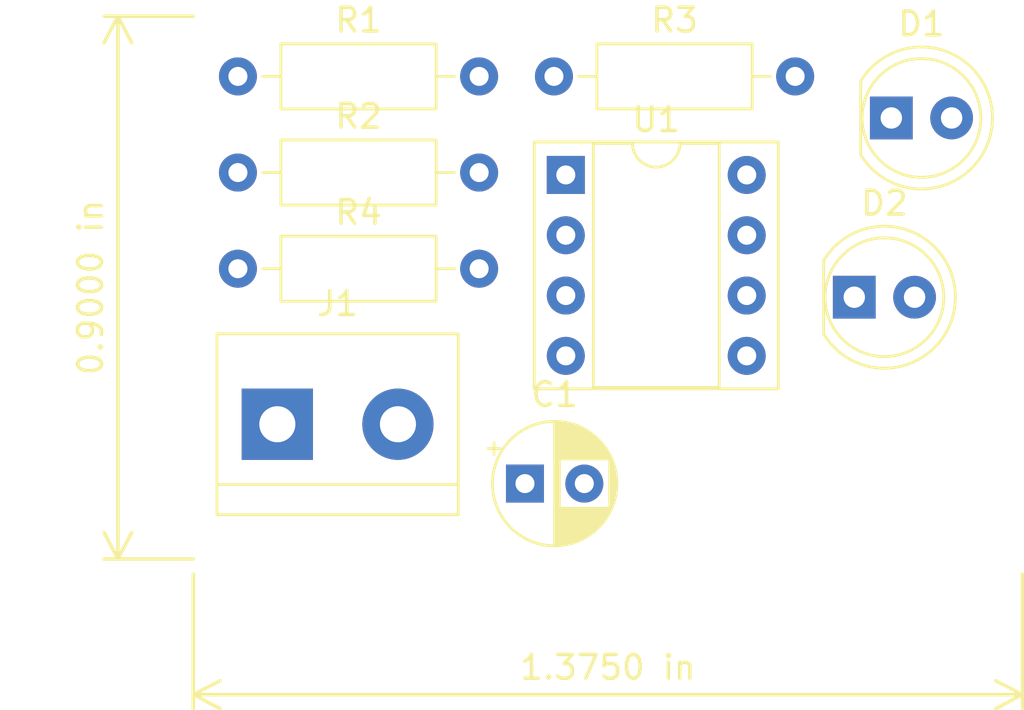
<source format=kicad_pcb>
(kicad_pcb (version 20190331) (host pcbnew "5.1.0-unknown-03bce55~82~ubuntu18.04.1")

  (general
    (thickness 1.6)
    (drawings 2)
    (tracks 0)
    (modules 9)
    (nets 9)
  )

  (page "A4")
  (layers
    (0 "Top" signal)
    (31 "Bottom" signal)
    (34 "B.Paste" user)
    (35 "F.Paste" user)
    (36 "B.SilkS" user)
    (37 "F.SilkS" user)
    (38 "B.Mask" user)
    (39 "F.Mask" user)
    (40 "Dwgs.User" user)
    (41 "Cmts.User" user)
    (42 "Eco1.User" user)
    (43 "Eco2.User" user)
    (44 "Edge.Cuts" user)
    (45 "Margin" user)
    (46 "B.CrtYd" user)
    (47 "F.CrtYd" user)
  )

  (setup
    (last_trace_width 0.1524)
    (trace_clearance 0.1524)
    (zone_clearance 0.508)
    (zone_45_only no)
    (trace_min 0.1524)
    (via_size 0.508)
    (via_drill 0.254)
    (via_min_size 0.508)
    (via_min_drill 0.254)
    (uvia_size 0.508)
    (uvia_drill 0.254)
    (uvias_allowed no)
    (uvia_min_size 0.2)
    (uvia_min_drill 0.1)
    (edge_width 0.15)
    (segment_width 0.2)
    (pcb_text_width 0.3)
    (pcb_text_size 1.5 1.5)
    (mod_edge_width 0.15)
    (mod_text_size 1 1)
    (mod_text_width 0.15)
    (pad_size 1.524 1.524)
    (pad_drill 0.762)
    (pad_to_mask_clearance 0.0508)
    (aux_axis_origin 0 0)
    (visible_elements FFFFFF7F)
    (pcbplotparams
      (layerselection 0x010fc_ffffffff)
      (usegerberextensions false)
      (usegerberattributes false)
      (usegerberadvancedattributes false)
      (creategerberjobfile false)
      (excludeedgelayer true)
      (linewidth 0.100000)
      (plotframeref false)
      (viasonmask false)
      (mode 1)
      (useauxorigin false)
      (hpglpennumber 1)
      (hpglpenspeed 20)
      (hpglpendiameter 15.000000)
      (psnegative false)
      (psa4output false)
      (plotreference true)
      (plotvalue true)
      (plotinvisibletext false)
      (padsonsilk false)
      (subtractmaskfromsilk false)
      (outputformat 1)
      (mirror false)
      (drillshape 1)
      (scaleselection 1)
      (outputdirectory ""))
  )

  (net 0 "")
  (net 1 "Net-(C1-Pad2)")
  (net 2 "GND")
  (net 3 "Net-(D1-Pad2)")
  (net 4 "Net-(D1-Pad1)")
  (net 5 "Net-(D2-Pad1)")
  (net 6 "+3V3")
  (net 7 "Net-(R1-Pad2)")
  (net 8 "Net-(U1-Pad5)")

  (net_class "Default" "This is the default net class."
    (clearance 0.1524)
    (trace_width 0.1524)
    (via_dia 0.508)
    (via_drill 0.254)
    (uvia_dia 0.508)
    (uvia_drill 0.254)
    (diff_pair_width 0.1524)
    (diff_pair_gap 0.1524)
    (add_net "+3V3")
    (add_net "GND")
    (add_net "Net-(C1-Pad2)")
    (add_net "Net-(D1-Pad1)")
    (add_net "Net-(D1-Pad2)")
    (add_net "Net-(D2-Pad1)")
    (add_net "Net-(R1-Pad2)")
    (add_net "Net-(U1-Pad5)")
  )

  (module "Package_DIP:DIP-8_W7.62mm_Socket" (layer "Top") (tedit 5A02E8C5) (tstamp 5CB5DA3A)
    (at 151.580225 91.775)
    (descr "8-lead though-hole mounted DIP package, row spacing 7.62 mm (300 mils), Socket")
    (tags "THT DIP DIL PDIP 2.54mm 7.62mm 300mil Socket")
    (path "/5CB43957")
    (fp_text reference "U1" (at 3.81 -2.33) (layer "F.SilkS")
      (effects (font (size 1 1) (thickness 0.15)))
    )
    (fp_text value "LM555" (at 3.81 9.95) (layer "F.Fab")
      (effects (font (size 1 1) (thickness 0.15)))
    )
    (fp_text user "%R" (at 3.81 3.81) (layer "F.Fab")
      (effects (font (size 1 1) (thickness 0.15)))
    )
    (fp_line (start 9.15 -1.6) (end -1.55 -1.6) (layer "F.CrtYd") (width 0.05))
    (fp_line (start 9.15 9.2) (end 9.15 -1.6) (layer "F.CrtYd") (width 0.05))
    (fp_line (start -1.55 9.2) (end 9.15 9.2) (layer "F.CrtYd") (width 0.05))
    (fp_line (start -1.55 -1.6) (end -1.55 9.2) (layer "F.CrtYd") (width 0.05))
    (fp_line (start 8.95 -1.39) (end -1.33 -1.39) (layer "F.SilkS") (width 0.12))
    (fp_line (start 8.95 9.01) (end 8.95 -1.39) (layer "F.SilkS") (width 0.12))
    (fp_line (start -1.33 9.01) (end 8.95 9.01) (layer "F.SilkS") (width 0.12))
    (fp_line (start -1.33 -1.39) (end -1.33 9.01) (layer "F.SilkS") (width 0.12))
    (fp_line (start 6.46 -1.33) (end 4.81 -1.33) (layer "F.SilkS") (width 0.12))
    (fp_line (start 6.46 8.95) (end 6.46 -1.33) (layer "F.SilkS") (width 0.12))
    (fp_line (start 1.16 8.95) (end 6.46 8.95) (layer "F.SilkS") (width 0.12))
    (fp_line (start 1.16 -1.33) (end 1.16 8.95) (layer "F.SilkS") (width 0.12))
    (fp_line (start 2.81 -1.33) (end 1.16 -1.33) (layer "F.SilkS") (width 0.12))
    (fp_line (start 8.89 -1.33) (end -1.27 -1.33) (layer "F.Fab") (width 0.1))
    (fp_line (start 8.89 8.95) (end 8.89 -1.33) (layer "F.Fab") (width 0.1))
    (fp_line (start -1.27 8.95) (end 8.89 8.95) (layer "F.Fab") (width 0.1))
    (fp_line (start -1.27 -1.33) (end -1.27 8.95) (layer "F.Fab") (width 0.1))
    (fp_line (start 0.635 -0.27) (end 1.635 -1.27) (layer "F.Fab") (width 0.1))
    (fp_line (start 0.635 8.89) (end 0.635 -0.27) (layer "F.Fab") (width 0.1))
    (fp_line (start 6.985 8.89) (end 0.635 8.89) (layer "F.Fab") (width 0.1))
    (fp_line (start 6.985 -1.27) (end 6.985 8.89) (layer "F.Fab") (width 0.1))
    (fp_line (start 1.635 -1.27) (end 6.985 -1.27) (layer "F.Fab") (width 0.1))
    (fp_arc (start 3.81 -1.33) (end 2.81 -1.33) (angle -180) (layer "F.SilkS") (width 0.12))
    (pad "8" thru_hole oval (at 7.62 0) (size 1.6 1.6) (drill 0.8) (layers *.Cu *.Mask)
      (net 6 "+3V3"))
    (pad "4" thru_hole oval (at 0 7.62) (size 1.6 1.6) (drill 0.8) (layers *.Cu *.Mask)
      (net 6 "+3V3"))
    (pad "7" thru_hole oval (at 7.62 2.54) (size 1.6 1.6) (drill 0.8) (layers *.Cu *.Mask)
      (net 7 "Net-(R1-Pad2)"))
    (pad "3" thru_hole oval (at 0 5.08) (size 1.6 1.6) (drill 0.8) (layers *.Cu *.Mask)
      (net 4 "Net-(D1-Pad1)"))
    (pad "6" thru_hole oval (at 7.62 5.08) (size 1.6 1.6) (drill 0.8) (layers *.Cu *.Mask)
      (net 1 "Net-(C1-Pad2)"))
    (pad "2" thru_hole oval (at 0 2.54) (size 1.6 1.6) (drill 0.8) (layers *.Cu *.Mask)
      (net 1 "Net-(C1-Pad2)"))
    (pad "5" thru_hole oval (at 7.62 7.62) (size 1.6 1.6) (drill 0.8) (layers *.Cu *.Mask)
      (net 8 "Net-(U1-Pad5)"))
    (pad "1" thru_hole rect (at 0 0) (size 1.6 1.6) (drill 0.8) (layers *.Cu *.Mask)
      (net 2 "GND"))
    (model "${KISYS3DMOD}/Package_DIP.3dshapes/DIP-8_W7.62mm_Socket.wrl"
      (at (xyz 0 0 0))
      (scale (xyz 1 1 1))
      (rotate (xyz 0 0 0))
    )
  )

  (module "Resistor_THT:R_Axial_DIN0207_L6.3mm_D2.5mm_P10.16mm_Horizontal" (layer "Top") (tedit 5AE5139B) (tstamp 5CB5DA16)
    (at 137.770225 95.725)
    (descr "Resistor, Axial_DIN0207 series, Axial, Horizontal, pin pitch=10.16mm, 0.25W = 1/4W, length*diameter=6.3*2.5mm^2, http://cdn-reichelt.de/documents/datenblatt/B400/1_4W%23YAG.pdf")
    (tags "Resistor Axial_DIN0207 series Axial Horizontal pin pitch 10.16mm 0.25W = 1/4W length 6.3mm diameter 2.5mm")
    (path "/5CB50108")
    (fp_text reference "R4" (at 5.08 -2.37) (layer "F.SilkS")
      (effects (font (size 1 1) (thickness 0.15)))
    )
    (fp_text value "1k" (at 5.08 2.37) (layer "F.Fab")
      (effects (font (size 1 1) (thickness 0.15)))
    )
    (fp_text user "%R" (at 5.08 0) (layer "F.Fab")
      (effects (font (size 1 1) (thickness 0.15)))
    )
    (fp_line (start 11.21 -1.5) (end -1.05 -1.5) (layer "F.CrtYd") (width 0.05))
    (fp_line (start 11.21 1.5) (end 11.21 -1.5) (layer "F.CrtYd") (width 0.05))
    (fp_line (start -1.05 1.5) (end 11.21 1.5) (layer "F.CrtYd") (width 0.05))
    (fp_line (start -1.05 -1.5) (end -1.05 1.5) (layer "F.CrtYd") (width 0.05))
    (fp_line (start 9.12 0) (end 8.35 0) (layer "F.SilkS") (width 0.12))
    (fp_line (start 1.04 0) (end 1.81 0) (layer "F.SilkS") (width 0.12))
    (fp_line (start 8.35 -1.37) (end 1.81 -1.37) (layer "F.SilkS") (width 0.12))
    (fp_line (start 8.35 1.37) (end 8.35 -1.37) (layer "F.SilkS") (width 0.12))
    (fp_line (start 1.81 1.37) (end 8.35 1.37) (layer "F.SilkS") (width 0.12))
    (fp_line (start 1.81 -1.37) (end 1.81 1.37) (layer "F.SilkS") (width 0.12))
    (fp_line (start 10.16 0) (end 8.23 0) (layer "F.Fab") (width 0.1))
    (fp_line (start 0 0) (end 1.93 0) (layer "F.Fab") (width 0.1))
    (fp_line (start 8.23 -1.25) (end 1.93 -1.25) (layer "F.Fab") (width 0.1))
    (fp_line (start 8.23 1.25) (end 8.23 -1.25) (layer "F.Fab") (width 0.1))
    (fp_line (start 1.93 1.25) (end 8.23 1.25) (layer "F.Fab") (width 0.1))
    (fp_line (start 1.93 -1.25) (end 1.93 1.25) (layer "F.Fab") (width 0.1))
    (pad "2" thru_hole oval (at 10.16 0) (size 1.6 1.6) (drill 0.8) (layers *.Cu *.Mask)
      (net 2 "GND"))
    (pad "1" thru_hole circle (at 0 0) (size 1.6 1.6) (drill 0.8) (layers *.Cu *.Mask)
      (net 5 "Net-(D2-Pad1)"))
    (model "${KISYS3DMOD}/Resistor_THT.3dshapes/R_Axial_DIN0207_L6.3mm_D2.5mm_P10.16mm_Horizontal.wrl"
      (at (xyz 0 0 0))
      (scale (xyz 1 1 1))
      (rotate (xyz 0 0 0))
    )
  )

  (module "Resistor_THT:R_Axial_DIN0207_L6.3mm_D2.5mm_P10.16mm_Horizontal" (layer "Top") (tedit 5AE5139B) (tstamp 5CB5D9FF)
    (at 151.080225 87.625)
    (descr "Resistor, Axial_DIN0207 series, Axial, Horizontal, pin pitch=10.16mm, 0.25W = 1/4W, length*diameter=6.3*2.5mm^2, http://cdn-reichelt.de/documents/datenblatt/B400/1_4W%23YAG.pdf")
    (tags "Resistor Axial_DIN0207 series Axial Horizontal pin pitch 10.16mm 0.25W = 1/4W length 6.3mm diameter 2.5mm")
    (path "/5CB4F2EF")
    (fp_text reference "R3" (at 5.08 -2.37) (layer "F.SilkS")
      (effects (font (size 1 1) (thickness 0.15)))
    )
    (fp_text value "1k" (at 5.08 2.37) (layer "F.Fab")
      (effects (font (size 1 1) (thickness 0.15)))
    )
    (fp_text user "%R" (at 5.08 0) (layer "F.Fab")
      (effects (font (size 1 1) (thickness 0.15)))
    )
    (fp_line (start 11.21 -1.5) (end -1.05 -1.5) (layer "F.CrtYd") (width 0.05))
    (fp_line (start 11.21 1.5) (end 11.21 -1.5) (layer "F.CrtYd") (width 0.05))
    (fp_line (start -1.05 1.5) (end 11.21 1.5) (layer "F.CrtYd") (width 0.05))
    (fp_line (start -1.05 -1.5) (end -1.05 1.5) (layer "F.CrtYd") (width 0.05))
    (fp_line (start 9.12 0) (end 8.35 0) (layer "F.SilkS") (width 0.12))
    (fp_line (start 1.04 0) (end 1.81 0) (layer "F.SilkS") (width 0.12))
    (fp_line (start 8.35 -1.37) (end 1.81 -1.37) (layer "F.SilkS") (width 0.12))
    (fp_line (start 8.35 1.37) (end 8.35 -1.37) (layer "F.SilkS") (width 0.12))
    (fp_line (start 1.81 1.37) (end 8.35 1.37) (layer "F.SilkS") (width 0.12))
    (fp_line (start 1.81 -1.37) (end 1.81 1.37) (layer "F.SilkS") (width 0.12))
    (fp_line (start 10.16 0) (end 8.23 0) (layer "F.Fab") (width 0.1))
    (fp_line (start 0 0) (end 1.93 0) (layer "F.Fab") (width 0.1))
    (fp_line (start 8.23 -1.25) (end 1.93 -1.25) (layer "F.Fab") (width 0.1))
    (fp_line (start 8.23 1.25) (end 8.23 -1.25) (layer "F.Fab") (width 0.1))
    (fp_line (start 1.93 1.25) (end 8.23 1.25) (layer "F.Fab") (width 0.1))
    (fp_line (start 1.93 -1.25) (end 1.93 1.25) (layer "F.Fab") (width 0.1))
    (pad "2" thru_hole oval (at 10.16 0) (size 1.6 1.6) (drill 0.8) (layers *.Cu *.Mask)
      (net 3 "Net-(D1-Pad2)"))
    (pad "1" thru_hole circle (at 0 0) (size 1.6 1.6) (drill 0.8) (layers *.Cu *.Mask)
      (net 6 "+3V3"))
    (model "${KISYS3DMOD}/Resistor_THT.3dshapes/R_Axial_DIN0207_L6.3mm_D2.5mm_P10.16mm_Horizontal.wrl"
      (at (xyz 0 0 0))
      (scale (xyz 1 1 1))
      (rotate (xyz 0 0 0))
    )
  )

  (module "Resistor_THT:R_Axial_DIN0207_L6.3mm_D2.5mm_P10.16mm_Horizontal" (layer "Top") (tedit 5AE5139B) (tstamp 5CB5D9E8)
    (at 137.770225 91.675)
    (descr "Resistor, Axial_DIN0207 series, Axial, Horizontal, pin pitch=10.16mm, 0.25W = 1/4W, length*diameter=6.3*2.5mm^2, http://cdn-reichelt.de/documents/datenblatt/B400/1_4W%23YAG.pdf")
    (tags "Resistor Axial_DIN0207 series Axial Horizontal pin pitch 10.16mm 0.25W = 1/4W length 6.3mm diameter 2.5mm")
    (path "/5CB50538")
    (fp_text reference "R2" (at 5.08 -2.37) (layer "F.SilkS")
      (effects (font (size 1 1) (thickness 0.15)))
    )
    (fp_text value "10k" (at 5.08 2.37) (layer "F.Fab")
      (effects (font (size 1 1) (thickness 0.15)))
    )
    (fp_text user "%R" (at 5.08 0) (layer "F.Fab")
      (effects (font (size 1 1) (thickness 0.15)))
    )
    (fp_line (start 11.21 -1.5) (end -1.05 -1.5) (layer "F.CrtYd") (width 0.05))
    (fp_line (start 11.21 1.5) (end 11.21 -1.5) (layer "F.CrtYd") (width 0.05))
    (fp_line (start -1.05 1.5) (end 11.21 1.5) (layer "F.CrtYd") (width 0.05))
    (fp_line (start -1.05 -1.5) (end -1.05 1.5) (layer "F.CrtYd") (width 0.05))
    (fp_line (start 9.12 0) (end 8.35 0) (layer "F.SilkS") (width 0.12))
    (fp_line (start 1.04 0) (end 1.81 0) (layer "F.SilkS") (width 0.12))
    (fp_line (start 8.35 -1.37) (end 1.81 -1.37) (layer "F.SilkS") (width 0.12))
    (fp_line (start 8.35 1.37) (end 8.35 -1.37) (layer "F.SilkS") (width 0.12))
    (fp_line (start 1.81 1.37) (end 8.35 1.37) (layer "F.SilkS") (width 0.12))
    (fp_line (start 1.81 -1.37) (end 1.81 1.37) (layer "F.SilkS") (width 0.12))
    (fp_line (start 10.16 0) (end 8.23 0) (layer "F.Fab") (width 0.1))
    (fp_line (start 0 0) (end 1.93 0) (layer "F.Fab") (width 0.1))
    (fp_line (start 8.23 -1.25) (end 1.93 -1.25) (layer "F.Fab") (width 0.1))
    (fp_line (start 8.23 1.25) (end 8.23 -1.25) (layer "F.Fab") (width 0.1))
    (fp_line (start 1.93 1.25) (end 8.23 1.25) (layer "F.Fab") (width 0.1))
    (fp_line (start 1.93 -1.25) (end 1.93 1.25) (layer "F.Fab") (width 0.1))
    (pad "2" thru_hole oval (at 10.16 0) (size 1.6 1.6) (drill 0.8) (layers *.Cu *.Mask)
      (net 1 "Net-(C1-Pad2)"))
    (pad "1" thru_hole circle (at 0 0) (size 1.6 1.6) (drill 0.8) (layers *.Cu *.Mask)
      (net 7 "Net-(R1-Pad2)"))
    (model "${KISYS3DMOD}/Resistor_THT.3dshapes/R_Axial_DIN0207_L6.3mm_D2.5mm_P10.16mm_Horizontal.wrl"
      (at (xyz 0 0 0))
      (scale (xyz 1 1 1))
      (rotate (xyz 0 0 0))
    )
  )

  (module "Resistor_THT:R_Axial_DIN0207_L6.3mm_D2.5mm_P10.16mm_Horizontal" (layer "Top") (tedit 5AE5139B) (tstamp 5CB5D9D1)
    (at 137.770225 87.625)
    (descr "Resistor, Axial_DIN0207 series, Axial, Horizontal, pin pitch=10.16mm, 0.25W = 1/4W, length*diameter=6.3*2.5mm^2, http://cdn-reichelt.de/documents/datenblatt/B400/1_4W%23YAG.pdf")
    (tags "Resistor Axial_DIN0207 series Axial Horizontal pin pitch 10.16mm 0.25W = 1/4W length 6.3mm diameter 2.5mm")
    (path "/5CB50B08")
    (fp_text reference "R1" (at 5.08 -2.37) (layer "F.SilkS")
      (effects (font (size 1 1) (thickness 0.15)))
    )
    (fp_text value "1k" (at 5.08 2.37) (layer "F.Fab")
      (effects (font (size 1 1) (thickness 0.15)))
    )
    (fp_text user "%R" (at 5.08 0) (layer "F.Fab")
      (effects (font (size 1 1) (thickness 0.15)))
    )
    (fp_line (start 11.21 -1.5) (end -1.05 -1.5) (layer "F.CrtYd") (width 0.05))
    (fp_line (start 11.21 1.5) (end 11.21 -1.5) (layer "F.CrtYd") (width 0.05))
    (fp_line (start -1.05 1.5) (end 11.21 1.5) (layer "F.CrtYd") (width 0.05))
    (fp_line (start -1.05 -1.5) (end -1.05 1.5) (layer "F.CrtYd") (width 0.05))
    (fp_line (start 9.12 0) (end 8.35 0) (layer "F.SilkS") (width 0.12))
    (fp_line (start 1.04 0) (end 1.81 0) (layer "F.SilkS") (width 0.12))
    (fp_line (start 8.35 -1.37) (end 1.81 -1.37) (layer "F.SilkS") (width 0.12))
    (fp_line (start 8.35 1.37) (end 8.35 -1.37) (layer "F.SilkS") (width 0.12))
    (fp_line (start 1.81 1.37) (end 8.35 1.37) (layer "F.SilkS") (width 0.12))
    (fp_line (start 1.81 -1.37) (end 1.81 1.37) (layer "F.SilkS") (width 0.12))
    (fp_line (start 10.16 0) (end 8.23 0) (layer "F.Fab") (width 0.1))
    (fp_line (start 0 0) (end 1.93 0) (layer "F.Fab") (width 0.1))
    (fp_line (start 8.23 -1.25) (end 1.93 -1.25) (layer "F.Fab") (width 0.1))
    (fp_line (start 8.23 1.25) (end 8.23 -1.25) (layer "F.Fab") (width 0.1))
    (fp_line (start 1.93 1.25) (end 8.23 1.25) (layer "F.Fab") (width 0.1))
    (fp_line (start 1.93 -1.25) (end 1.93 1.25) (layer "F.Fab") (width 0.1))
    (pad "2" thru_hole oval (at 10.16 0) (size 1.6 1.6) (drill 0.8) (layers *.Cu *.Mask)
      (net 7 "Net-(R1-Pad2)"))
    (pad "1" thru_hole circle (at 0 0) (size 1.6 1.6) (drill 0.8) (layers *.Cu *.Mask)
      (net 6 "+3V3"))
    (model "${KISYS3DMOD}/Resistor_THT.3dshapes/R_Axial_DIN0207_L6.3mm_D2.5mm_P10.16mm_Horizontal.wrl"
      (at (xyz 0 0 0))
      (scale (xyz 1 1 1))
      (rotate (xyz 0 0 0))
    )
  )

  (module "TerminalBlock:TerminalBlock_bornier-2_P5.08mm" (layer "Top") (tedit 59FF03AB) (tstamp 5CB5D9BA)
    (at 139.430225 102.275)
    (descr "simple 2-pin terminal block, pitch 5.08mm, revamped version of bornier2")
    (tags "terminal block bornier2")
    (path "/5CB4FDB8")
    (fp_text reference "J1" (at 2.54 -5.08) (layer "F.SilkS")
      (effects (font (size 1 1) (thickness 0.15)))
    )
    (fp_text value "Conn_01x02_Male" (at 2.54 5.08) (layer "F.Fab")
      (effects (font (size 1 1) (thickness 0.15)))
    )
    (fp_line (start 7.79 4) (end -2.71 4) (layer "F.CrtYd") (width 0.05))
    (fp_line (start 7.79 4) (end 7.79 -4) (layer "F.CrtYd") (width 0.05))
    (fp_line (start -2.71 -4) (end -2.71 4) (layer "F.CrtYd") (width 0.05))
    (fp_line (start -2.71 -4) (end 7.79 -4) (layer "F.CrtYd") (width 0.05))
    (fp_line (start -2.54 3.81) (end 7.62 3.81) (layer "F.SilkS") (width 0.12))
    (fp_line (start -2.54 -3.81) (end -2.54 3.81) (layer "F.SilkS") (width 0.12))
    (fp_line (start 7.62 -3.81) (end -2.54 -3.81) (layer "F.SilkS") (width 0.12))
    (fp_line (start 7.62 3.81) (end 7.62 -3.81) (layer "F.SilkS") (width 0.12))
    (fp_line (start 7.62 2.54) (end -2.54 2.54) (layer "F.SilkS") (width 0.12))
    (fp_line (start 7.54 -3.75) (end -2.46 -3.75) (layer "F.Fab") (width 0.1))
    (fp_line (start 7.54 3.75) (end 7.54 -3.75) (layer "F.Fab") (width 0.1))
    (fp_line (start -2.46 3.75) (end 7.54 3.75) (layer "F.Fab") (width 0.1))
    (fp_line (start -2.46 -3.75) (end -2.46 3.75) (layer "F.Fab") (width 0.1))
    (fp_line (start -2.41 2.55) (end 7.49 2.55) (layer "F.Fab") (width 0.1))
    (fp_text user "%R" (at 2.54 0) (layer "F.Fab")
      (effects (font (size 1 1) (thickness 0.15)))
    )
    (pad "2" thru_hole circle (at 5.08 0) (size 3 3) (drill 1.52) (layers *.Cu *.Mask)
      (net 2 "GND"))
    (pad "1" thru_hole rect (at 0 0) (size 3 3) (drill 1.52) (layers *.Cu *.Mask)
      (net 6 "+3V3"))
    (model "${KISYS3DMOD}/TerminalBlock_Altech.3dshapes/TE_1776244-2.STEP"
      (offset (xyz 2.5 0 0))
      (scale (xyz 1 1 1))
      (rotate (xyz -90 0 0))
    )
  )

  (module "LED_THT:LED_D5.0mm" (layer "Top") (tedit 5995936A) (tstamp 5CB5D9A5)
    (at 163.730225 96.925)
    (descr "LED, diameter 5.0mm, 2 pins, http://cdn-reichelt.de/documents/datenblatt/A500/LL-504BC2E-009.pdf")
    (tags "LED diameter 5.0mm 2 pins")
    (path "/5CB5226B")
    (fp_text reference "D2" (at 1.27 -3.96) (layer "F.SilkS")
      (effects (font (size 1 1) (thickness 0.15)))
    )
    (fp_text value "LED" (at 1.27 3.96) (layer "F.Fab")
      (effects (font (size 1 1) (thickness 0.15)))
    )
    (fp_text user "%R" (at 1.25 0) (layer "F.Fab")
      (effects (font (size 0.8 0.8) (thickness 0.2)))
    )
    (fp_line (start 4.5 -3.25) (end -1.95 -3.25) (layer "F.CrtYd") (width 0.05))
    (fp_line (start 4.5 3.25) (end 4.5 -3.25) (layer "F.CrtYd") (width 0.05))
    (fp_line (start -1.95 3.25) (end 4.5 3.25) (layer "F.CrtYd") (width 0.05))
    (fp_line (start -1.95 -3.25) (end -1.95 3.25) (layer "F.CrtYd") (width 0.05))
    (fp_line (start -1.29 -1.545) (end -1.29 1.545) (layer "F.SilkS") (width 0.12))
    (fp_line (start -1.23 -1.469694) (end -1.23 1.469694) (layer "F.Fab") (width 0.1))
    (fp_circle (center 1.27 0) (end 3.77 0) (layer "F.SilkS") (width 0.12))
    (fp_circle (center 1.27 0) (end 3.77 0) (layer "F.Fab") (width 0.1))
    (fp_arc (start 1.27 0) (end -1.29 1.54483) (angle -148.9) (layer "F.SilkS") (width 0.12))
    (fp_arc (start 1.27 0) (end -1.29 -1.54483) (angle 148.9) (layer "F.SilkS") (width 0.12))
    (fp_arc (start 1.27 0) (end -1.23 -1.469694) (angle 299.1) (layer "F.Fab") (width 0.1))
    (pad "2" thru_hole circle (at 2.54 0) (size 1.8 1.8) (drill 0.9) (layers *.Cu *.Mask)
      (net 4 "Net-(D1-Pad1)"))
    (pad "1" thru_hole rect (at 0 0) (size 1.8 1.8) (drill 0.9) (layers *.Cu *.Mask)
      (net 5 "Net-(D2-Pad1)"))
    (model "${KISYS3DMOD}/LED_THT.3dshapes/LED_D5.0mm.wrl"
      (at (xyz 0 0 0))
      (scale (xyz 1 1 1))
      (rotate (xyz 0 0 0))
    )
  )

  (module "LED_THT:LED_D5.0mm" (layer "Top") (tedit 5995936A) (tstamp 5CB5D993)
    (at 165.290225 89.375)
    (descr "LED, diameter 5.0mm, 2 pins, http://cdn-reichelt.de/documents/datenblatt/A500/LL-504BC2E-009.pdf")
    (tags "LED diameter 5.0mm 2 pins")
    (path "/5CB5169F")
    (fp_text reference "D1" (at 1.27 -3.96) (layer "F.SilkS")
      (effects (font (size 1 1) (thickness 0.15)))
    )
    (fp_text value "LED" (at 1.27 3.96) (layer "F.Fab")
      (effects (font (size 1 1) (thickness 0.15)))
    )
    (fp_text user "%R" (at 1.25 0) (layer "F.Fab")
      (effects (font (size 0.8 0.8) (thickness 0.2)))
    )
    (fp_line (start 4.5 -3.25) (end -1.95 -3.25) (layer "F.CrtYd") (width 0.05))
    (fp_line (start 4.5 3.25) (end 4.5 -3.25) (layer "F.CrtYd") (width 0.05))
    (fp_line (start -1.95 3.25) (end 4.5 3.25) (layer "F.CrtYd") (width 0.05))
    (fp_line (start -1.95 -3.25) (end -1.95 3.25) (layer "F.CrtYd") (width 0.05))
    (fp_line (start -1.29 -1.545) (end -1.29 1.545) (layer "F.SilkS") (width 0.12))
    (fp_line (start -1.23 -1.469694) (end -1.23 1.469694) (layer "F.Fab") (width 0.1))
    (fp_circle (center 1.27 0) (end 3.77 0) (layer "F.SilkS") (width 0.12))
    (fp_circle (center 1.27 0) (end 3.77 0) (layer "F.Fab") (width 0.1))
    (fp_arc (start 1.27 0) (end -1.29 1.54483) (angle -148.9) (layer "F.SilkS") (width 0.12))
    (fp_arc (start 1.27 0) (end -1.29 -1.54483) (angle 148.9) (layer "F.SilkS") (width 0.12))
    (fp_arc (start 1.27 0) (end -1.23 -1.469694) (angle 299.1) (layer "F.Fab") (width 0.1))
    (pad "2" thru_hole circle (at 2.54 0) (size 1.8 1.8) (drill 0.9) (layers *.Cu *.Mask)
      (net 3 "Net-(D1-Pad2)"))
    (pad "1" thru_hole rect (at 0 0) (size 1.8 1.8) (drill 0.9) (layers *.Cu *.Mask)
      (net 4 "Net-(D1-Pad1)"))
    (model "${KISYS3DMOD}/LED_THT.3dshapes/LED_D5.0mm.wrl"
      (at (xyz 0 0 0))
      (scale (xyz 1 1 1))
      (rotate (xyz 0 0 0))
    )
  )

  (module "Capacitor_THT:CP_Radial_D5.0mm_P2.50mm" (layer "Top") (tedit 5AE50EF0) (tstamp 5CB5D981)
    (at 149.86 104.775)
    (descr "CP, Radial series, Radial, pin pitch=2.50mm, , diameter=5mm, Electrolytic Capacitor")
    (tags "CP Radial series Radial pin pitch 2.50mm  diameter 5mm Electrolytic Capacitor")
    (path "/5CB532FA")
    (fp_text reference "C1" (at 1.25 -3.75) (layer "F.SilkS")
      (effects (font (size 1 1) (thickness 0.15)))
    )
    (fp_text value "10uF" (at 1.25 3.75) (layer "F.Fab")
      (effects (font (size 1 1) (thickness 0.15)))
    )
    (fp_text user "%R" (at 1.25 0) (layer "F.Fab")
      (effects (font (size 1 1) (thickness 0.15)))
    )
    (fp_line (start -1.304775 -1.725) (end -1.304775 -1.225) (layer "F.SilkS") (width 0.12))
    (fp_line (start -1.554775 -1.475) (end -1.054775 -1.475) (layer "F.SilkS") (width 0.12))
    (fp_line (start 3.851 -0.284) (end 3.851 0.284) (layer "F.SilkS") (width 0.12))
    (fp_line (start 3.811 -0.518) (end 3.811 0.518) (layer "F.SilkS") (width 0.12))
    (fp_line (start 3.771 -0.677) (end 3.771 0.677) (layer "F.SilkS") (width 0.12))
    (fp_line (start 3.731 -0.805) (end 3.731 0.805) (layer "F.SilkS") (width 0.12))
    (fp_line (start 3.691 -0.915) (end 3.691 0.915) (layer "F.SilkS") (width 0.12))
    (fp_line (start 3.651 -1.011) (end 3.651 1.011) (layer "F.SilkS") (width 0.12))
    (fp_line (start 3.611 -1.098) (end 3.611 1.098) (layer "F.SilkS") (width 0.12))
    (fp_line (start 3.571 -1.178) (end 3.571 1.178) (layer "F.SilkS") (width 0.12))
    (fp_line (start 3.531 1.04) (end 3.531 1.251) (layer "F.SilkS") (width 0.12))
    (fp_line (start 3.531 -1.251) (end 3.531 -1.04) (layer "F.SilkS") (width 0.12))
    (fp_line (start 3.491 1.04) (end 3.491 1.319) (layer "F.SilkS") (width 0.12))
    (fp_line (start 3.491 -1.319) (end 3.491 -1.04) (layer "F.SilkS") (width 0.12))
    (fp_line (start 3.451 1.04) (end 3.451 1.383) (layer "F.SilkS") (width 0.12))
    (fp_line (start 3.451 -1.383) (end 3.451 -1.04) (layer "F.SilkS") (width 0.12))
    (fp_line (start 3.411 1.04) (end 3.411 1.443) (layer "F.SilkS") (width 0.12))
    (fp_line (start 3.411 -1.443) (end 3.411 -1.04) (layer "F.SilkS") (width 0.12))
    (fp_line (start 3.371 1.04) (end 3.371 1.5) (layer "F.SilkS") (width 0.12))
    (fp_line (start 3.371 -1.5) (end 3.371 -1.04) (layer "F.SilkS") (width 0.12))
    (fp_line (start 3.331 1.04) (end 3.331 1.554) (layer "F.SilkS") (width 0.12))
    (fp_line (start 3.331 -1.554) (end 3.331 -1.04) (layer "F.SilkS") (width 0.12))
    (fp_line (start 3.291 1.04) (end 3.291 1.605) (layer "F.SilkS") (width 0.12))
    (fp_line (start 3.291 -1.605) (end 3.291 -1.04) (layer "F.SilkS") (width 0.12))
    (fp_line (start 3.251 1.04) (end 3.251 1.653) (layer "F.SilkS") (width 0.12))
    (fp_line (start 3.251 -1.653) (end 3.251 -1.04) (layer "F.SilkS") (width 0.12))
    (fp_line (start 3.211 1.04) (end 3.211 1.699) (layer "F.SilkS") (width 0.12))
    (fp_line (start 3.211 -1.699) (end 3.211 -1.04) (layer "F.SilkS") (width 0.12))
    (fp_line (start 3.171 1.04) (end 3.171 1.743) (layer "F.SilkS") (width 0.12))
    (fp_line (start 3.171 -1.743) (end 3.171 -1.04) (layer "F.SilkS") (width 0.12))
    (fp_line (start 3.131 1.04) (end 3.131 1.785) (layer "F.SilkS") (width 0.12))
    (fp_line (start 3.131 -1.785) (end 3.131 -1.04) (layer "F.SilkS") (width 0.12))
    (fp_line (start 3.091 1.04) (end 3.091 1.826) (layer "F.SilkS") (width 0.12))
    (fp_line (start 3.091 -1.826) (end 3.091 -1.04) (layer "F.SilkS") (width 0.12))
    (fp_line (start 3.051 1.04) (end 3.051 1.864) (layer "F.SilkS") (width 0.12))
    (fp_line (start 3.051 -1.864) (end 3.051 -1.04) (layer "F.SilkS") (width 0.12))
    (fp_line (start 3.011 1.04) (end 3.011 1.901) (layer "F.SilkS") (width 0.12))
    (fp_line (start 3.011 -1.901) (end 3.011 -1.04) (layer "F.SilkS") (width 0.12))
    (fp_line (start 2.971 1.04) (end 2.971 1.937) (layer "F.SilkS") (width 0.12))
    (fp_line (start 2.971 -1.937) (end 2.971 -1.04) (layer "F.SilkS") (width 0.12))
    (fp_line (start 2.931 1.04) (end 2.931 1.971) (layer "F.SilkS") (width 0.12))
    (fp_line (start 2.931 -1.971) (end 2.931 -1.04) (layer "F.SilkS") (width 0.12))
    (fp_line (start 2.891 1.04) (end 2.891 2.004) (layer "F.SilkS") (width 0.12))
    (fp_line (start 2.891 -2.004) (end 2.891 -1.04) (layer "F.SilkS") (width 0.12))
    (fp_line (start 2.851 1.04) (end 2.851 2.035) (layer "F.SilkS") (width 0.12))
    (fp_line (start 2.851 -2.035) (end 2.851 -1.04) (layer "F.SilkS") (width 0.12))
    (fp_line (start 2.811 1.04) (end 2.811 2.065) (layer "F.SilkS") (width 0.12))
    (fp_line (start 2.811 -2.065) (end 2.811 -1.04) (layer "F.SilkS") (width 0.12))
    (fp_line (start 2.771 1.04) (end 2.771 2.095) (layer "F.SilkS") (width 0.12))
    (fp_line (start 2.771 -2.095) (end 2.771 -1.04) (layer "F.SilkS") (width 0.12))
    (fp_line (start 2.731 1.04) (end 2.731 2.122) (layer "F.SilkS") (width 0.12))
    (fp_line (start 2.731 -2.122) (end 2.731 -1.04) (layer "F.SilkS") (width 0.12))
    (fp_line (start 2.691 1.04) (end 2.691 2.149) (layer "F.SilkS") (width 0.12))
    (fp_line (start 2.691 -2.149) (end 2.691 -1.04) (layer "F.SilkS") (width 0.12))
    (fp_line (start 2.651 1.04) (end 2.651 2.175) (layer "F.SilkS") (width 0.12))
    (fp_line (start 2.651 -2.175) (end 2.651 -1.04) (layer "F.SilkS") (width 0.12))
    (fp_line (start 2.611 1.04) (end 2.611 2.2) (layer "F.SilkS") (width 0.12))
    (fp_line (start 2.611 -2.2) (end 2.611 -1.04) (layer "F.SilkS") (width 0.12))
    (fp_line (start 2.571 1.04) (end 2.571 2.224) (layer "F.SilkS") (width 0.12))
    (fp_line (start 2.571 -2.224) (end 2.571 -1.04) (layer "F.SilkS") (width 0.12))
    (fp_line (start 2.531 1.04) (end 2.531 2.247) (layer "F.SilkS") (width 0.12))
    (fp_line (start 2.531 -2.247) (end 2.531 -1.04) (layer "F.SilkS") (width 0.12))
    (fp_line (start 2.491 1.04) (end 2.491 2.268) (layer "F.SilkS") (width 0.12))
    (fp_line (start 2.491 -2.268) (end 2.491 -1.04) (layer "F.SilkS") (width 0.12))
    (fp_line (start 2.451 1.04) (end 2.451 2.29) (layer "F.SilkS") (width 0.12))
    (fp_line (start 2.451 -2.29) (end 2.451 -1.04) (layer "F.SilkS") (width 0.12))
    (fp_line (start 2.411 1.04) (end 2.411 2.31) (layer "F.SilkS") (width 0.12))
    (fp_line (start 2.411 -2.31) (end 2.411 -1.04) (layer "F.SilkS") (width 0.12))
    (fp_line (start 2.371 1.04) (end 2.371 2.329) (layer "F.SilkS") (width 0.12))
    (fp_line (start 2.371 -2.329) (end 2.371 -1.04) (layer "F.SilkS") (width 0.12))
    (fp_line (start 2.331 1.04) (end 2.331 2.348) (layer "F.SilkS") (width 0.12))
    (fp_line (start 2.331 -2.348) (end 2.331 -1.04) (layer "F.SilkS") (width 0.12))
    (fp_line (start 2.291 1.04) (end 2.291 2.365) (layer "F.SilkS") (width 0.12))
    (fp_line (start 2.291 -2.365) (end 2.291 -1.04) (layer "F.SilkS") (width 0.12))
    (fp_line (start 2.251 1.04) (end 2.251 2.382) (layer "F.SilkS") (width 0.12))
    (fp_line (start 2.251 -2.382) (end 2.251 -1.04) (layer "F.SilkS") (width 0.12))
    (fp_line (start 2.211 1.04) (end 2.211 2.398) (layer "F.SilkS") (width 0.12))
    (fp_line (start 2.211 -2.398) (end 2.211 -1.04) (layer "F.SilkS") (width 0.12))
    (fp_line (start 2.171 1.04) (end 2.171 2.414) (layer "F.SilkS") (width 0.12))
    (fp_line (start 2.171 -2.414) (end 2.171 -1.04) (layer "F.SilkS") (width 0.12))
    (fp_line (start 2.131 1.04) (end 2.131 2.428) (layer "F.SilkS") (width 0.12))
    (fp_line (start 2.131 -2.428) (end 2.131 -1.04) (layer "F.SilkS") (width 0.12))
    (fp_line (start 2.091 1.04) (end 2.091 2.442) (layer "F.SilkS") (width 0.12))
    (fp_line (start 2.091 -2.442) (end 2.091 -1.04) (layer "F.SilkS") (width 0.12))
    (fp_line (start 2.051 1.04) (end 2.051 2.455) (layer "F.SilkS") (width 0.12))
    (fp_line (start 2.051 -2.455) (end 2.051 -1.04) (layer "F.SilkS") (width 0.12))
    (fp_line (start 2.011 1.04) (end 2.011 2.468) (layer "F.SilkS") (width 0.12))
    (fp_line (start 2.011 -2.468) (end 2.011 -1.04) (layer "F.SilkS") (width 0.12))
    (fp_line (start 1.971 1.04) (end 1.971 2.48) (layer "F.SilkS") (width 0.12))
    (fp_line (start 1.971 -2.48) (end 1.971 -1.04) (layer "F.SilkS") (width 0.12))
    (fp_line (start 1.93 1.04) (end 1.93 2.491) (layer "F.SilkS") (width 0.12))
    (fp_line (start 1.93 -2.491) (end 1.93 -1.04) (layer "F.SilkS") (width 0.12))
    (fp_line (start 1.89 1.04) (end 1.89 2.501) (layer "F.SilkS") (width 0.12))
    (fp_line (start 1.89 -2.501) (end 1.89 -1.04) (layer "F.SilkS") (width 0.12))
    (fp_line (start 1.85 1.04) (end 1.85 2.511) (layer "F.SilkS") (width 0.12))
    (fp_line (start 1.85 -2.511) (end 1.85 -1.04) (layer "F.SilkS") (width 0.12))
    (fp_line (start 1.81 1.04) (end 1.81 2.52) (layer "F.SilkS") (width 0.12))
    (fp_line (start 1.81 -2.52) (end 1.81 -1.04) (layer "F.SilkS") (width 0.12))
    (fp_line (start 1.77 1.04) (end 1.77 2.528) (layer "F.SilkS") (width 0.12))
    (fp_line (start 1.77 -2.528) (end 1.77 -1.04) (layer "F.SilkS") (width 0.12))
    (fp_line (start 1.73 1.04) (end 1.73 2.536) (layer "F.SilkS") (width 0.12))
    (fp_line (start 1.73 -2.536) (end 1.73 -1.04) (layer "F.SilkS") (width 0.12))
    (fp_line (start 1.69 1.04) (end 1.69 2.543) (layer "F.SilkS") (width 0.12))
    (fp_line (start 1.69 -2.543) (end 1.69 -1.04) (layer "F.SilkS") (width 0.12))
    (fp_line (start 1.65 1.04) (end 1.65 2.55) (layer "F.SilkS") (width 0.12))
    (fp_line (start 1.65 -2.55) (end 1.65 -1.04) (layer "F.SilkS") (width 0.12))
    (fp_line (start 1.61 1.04) (end 1.61 2.556) (layer "F.SilkS") (width 0.12))
    (fp_line (start 1.61 -2.556) (end 1.61 -1.04) (layer "F.SilkS") (width 0.12))
    (fp_line (start 1.57 1.04) (end 1.57 2.561) (layer "F.SilkS") (width 0.12))
    (fp_line (start 1.57 -2.561) (end 1.57 -1.04) (layer "F.SilkS") (width 0.12))
    (fp_line (start 1.53 1.04) (end 1.53 2.565) (layer "F.SilkS") (width 0.12))
    (fp_line (start 1.53 -2.565) (end 1.53 -1.04) (layer "F.SilkS") (width 0.12))
    (fp_line (start 1.49 1.04) (end 1.49 2.569) (layer "F.SilkS") (width 0.12))
    (fp_line (start 1.49 -2.569) (end 1.49 -1.04) (layer "F.SilkS") (width 0.12))
    (fp_line (start 1.45 -2.573) (end 1.45 2.573) (layer "F.SilkS") (width 0.12))
    (fp_line (start 1.41 -2.576) (end 1.41 2.576) (layer "F.SilkS") (width 0.12))
    (fp_line (start 1.37 -2.578) (end 1.37 2.578) (layer "F.SilkS") (width 0.12))
    (fp_line (start 1.33 -2.579) (end 1.33 2.579) (layer "F.SilkS") (width 0.12))
    (fp_line (start 1.29 -2.58) (end 1.29 2.58) (layer "F.SilkS") (width 0.12))
    (fp_line (start 1.25 -2.58) (end 1.25 2.58) (layer "F.SilkS") (width 0.12))
    (fp_line (start -0.633605 -1.3375) (end -0.633605 -0.8375) (layer "F.Fab") (width 0.1))
    (fp_line (start -0.883605 -1.0875) (end -0.383605 -1.0875) (layer "F.Fab") (width 0.1))
    (fp_circle (center 1.25 0) (end 4 0) (layer "F.CrtYd") (width 0.05))
    (fp_circle (center 1.25 0) (end 3.87 0) (layer "F.SilkS") (width 0.12))
    (fp_circle (center 1.25 0) (end 3.75 0) (layer "F.Fab") (width 0.1))
    (pad "2" thru_hole circle (at 2.5 0) (size 1.6 1.6) (drill 0.8) (layers *.Cu *.Mask)
      (net 1 "Net-(C1-Pad2)"))
    (pad "1" thru_hole rect (at 0 0) (size 1.6 1.6) (drill 0.8) (layers *.Cu *.Mask)
      (net 2 "GND"))
    (model "${KISYS3DMOD}/Capacitor_THT.3dshapes/CP_Radial_D5.0mm_P2.50mm.wrl"
      (at (xyz 0 0 0))
      (scale (xyz 1 1 1))
      (rotate (xyz 0 0 0))
    )
  )

  (dimension 22.86 (width 0.15) (layer "F.SilkS")
    (gr_text "22.860 mm" (at 131.415 96.52 90) (layer "F.SilkS")
      (effects (font (size 1 1) (thickness 0.15)))
    )
    (feature1 (pts (xy 135.89 85.09) (xy 132.128579 85.09)))
    (feature2 (pts (xy 135.89 107.95) (xy 132.128579 107.95)))
    (crossbar (pts (xy 132.715 107.95) (xy 132.715 85.09)))
    (arrow1a (pts (xy 132.715 85.09) (xy 133.301421 86.216504)))
    (arrow1b (pts (xy 132.715 85.09) (xy 132.128579 86.216504)))
    (arrow2a (pts (xy 132.715 107.95) (xy 133.301421 106.823496)))
    (arrow2b (pts (xy 132.715 107.95) (xy 132.128579 106.823496)))
  )
  (dimension 34.925 (width 0.15) (layer "F.SilkS")
    (gr_text "34.925 mm" (at 153.3525 114.964999) (layer "F.SilkS")
      (effects (font (size 1 1) (thickness 0.15)))
    )
    (feature1 (pts (xy 170.815 108.585) (xy 170.815 114.25142)))
    (feature2 (pts (xy 135.89 108.585) (xy 135.89 114.25142)))
    (crossbar (pts (xy 135.89 113.664999) (xy 170.815 113.664999)))
    (arrow1a (pts (xy 170.815 113.664999) (xy 169.688496 114.25142)))
    (arrow1b (pts (xy 170.815 113.664999) (xy 169.688496 113.078578)))
    (arrow2a (pts (xy 135.89 113.664999) (xy 137.016504 114.25142)))
    (arrow2b (pts (xy 135.89 113.664999) (xy 137.016504 113.078578)))
  )

)

</source>
